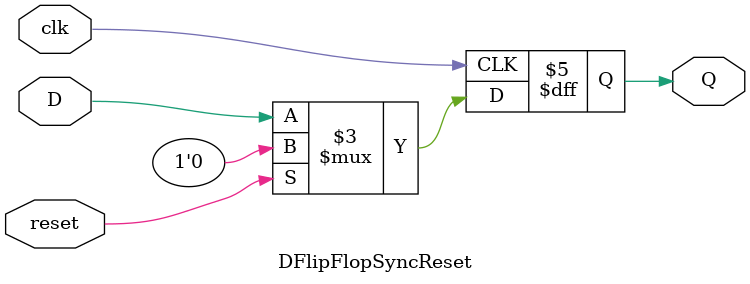
<source format=v>
`timescale 1ns / 1ps


module DFlipFlopSyncReset(
input wire D,
input wire clk,
input wire reset,
output reg Q
);
always @(posedge clk) begin
if (reset) begin
Q <= 0;
end else begin
Q <= D;
end
end
endmodule


  

</source>
